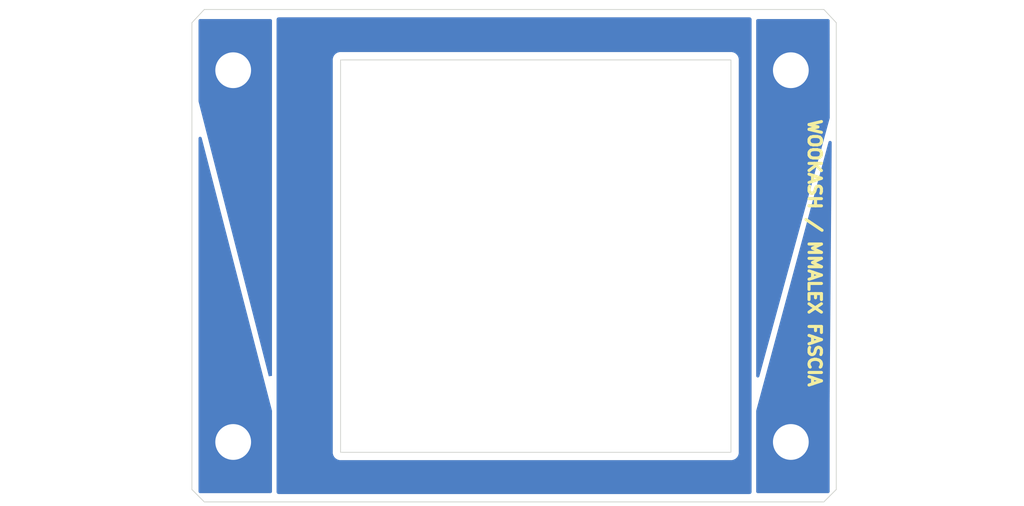
<source format=kicad_pcb>
(kicad_pcb (version 20241229) (generator "pcbnew") (generator_version "9.0")
  (layers (0 "F.Cu" signal) (2 "B.Cu" signal) (13 "F.Paste" user) (15 "B.Paste" user) (5 "F.SilkS" user "F.Silkscreen") (7 "B.SilkS" user "B.Silkscreen") (1 "F.Mask" user) (3 "B.Mask" user) (25 "Edge.Cuts" user))
  (net 0 "")
  (net 1 "TB")
  (net 2 "TA")
  (net 3 "TC")
  (net 4 "TD")
  (footprint "MountingHole:MountingHole_2.2mm_M2_DIN965_Pad" (layer "F.Cu") (at 102.616 50.546)
    (property "Reference" "REF**" (hide yes))
    (property "Value" "MountingHole_2.2mm_M2_DIN965_Pad")
    (pad "1" thru_hole circle (at 0 0) (size 3.8 3.8) (drill 2.2) (layers "*.Cu" "*.Mask"))
  )
  (footprint "MountingHole:MountingHole_2.2mm_M2_DIN965_Pad" (layer "F.Cu") (at 68.326 50.546)
    (property "Reference" "REF**" (hide yes))
    (property "Value" "MountingHole_2.2mm_M2_DIN965_Pad")
    (pad "1" thru_hole circle (at 0 0) (size 3.8 3.8) (drill 2.2) (layers "*.Cu" "*.Mask"))
  )
  (footprint "MountingHole:MountingHole_2.2mm_M2_DIN965_Pad" (layer "F.Cu") (at 68.326 27.686)
    (property "Reference" "REF**" (hide yes))
    (property "Value" "MountingHole_2.2mm_M2_DIN965_Pad")
    (pad "1" thru_hole circle (at 0 0) (size 3.8 3.8) (drill 2.2) (layers "*.Cu" "*.Mask"))
  )
  (footprint "MountingHole:MountingHole_2.2mm_M2_DIN965_Pad" (layer "F.Cu") (at 102.616 27.686)
    (property "Reference" "REF**" (hide yes))
    (property "Value" "MountingHole_2.2mm_M2_DIN965_Pad")
    (pad "1" thru_hole circle (at 0 0) (size 3.8 3.8) (drill 2.2) (layers "*.Cu" "*.Mask"))
  )
  (gr_poly (pts (xy 70.612 24.638) (xy 66.294 24.638) (xy 66.294 29.591) (xy 70.612 46.482)) (stroke (width 0.2)) (fill yes) (layer "B.Cu") (net 4))
  (gr_poly (pts (xy 104.909411 30.607) (xy 104.902 24.638) (xy 100.584 24.638) (xy 100.584 30.099) (xy 100.584 46.482)) (stroke (width 0.2)) (fill yes) (layer "B.Cu") (net 3))
  (gr_poly (pts (xy 66.294 53.594) (xy 70.612 53.594) (xy 70.612 48.641) (xy 66.294 31.877)) (stroke (width 0.2)) (fill yes) (layer "B.Cu") (net 1))
  (gr_poly (pts (xy 100.584 48.641) (xy 100.584 53.594) (xy 104.902 53.594) (xy 104.902 48.133) (xy 105.029 32.131)) (stroke (width 0.2)) (fill yes) (layer "B.Cu") (net 2))
  (gr_line (start 65.786 53.467) (end 65.786 24.765) (stroke (width 0.05)) (layer "Edge.Cuts"))
  (gr_line (start 105.41 53.467) (end 104.648 54.229) (stroke (width 0.05)) (layer "Edge.Cuts"))
  (gr_rect (start 74.93 27.051) (end 98.933 51.181) (stroke (width 0.05)) (fill no) (layer "Edge.Cuts"))
  (gr_line (start 65.786 24.765) (end 66.548 23.9522) (stroke (width 0.05)) (layer "Edge.Cuts"))
  (gr_line (start 105.41 24.765) (end 104.648 23.9522) (stroke (width 0.05)) (layer "Edge.Cuts"))
  (gr_line (start 66.548 54.229) (end 65.786 53.467) (stroke (width 0.05)) (layer "Edge.Cuts"))
  (gr_line (start 105.41 53.467) (end 105.41 24.765) (stroke (width 0.05)) (layer "Edge.Cuts"))
  (gr_line (start 104.648 23.9522) (end 66.548 23.9522) (stroke (width 0.05)) (layer "Edge.Cuts"))
  (gr_line (start 104.648 54.229) (end 66.548 54.229) (stroke (width 0.05)) (layer "Edge.Cuts"))
  (gr_text "WOOKASH / MMALEX FASCIA" (at 103.632 30.607 270) (layer "F.SilkS") (effects (font (size 0.762 0.7714) (thickness 0.1905) (bold yes)) (justify left bottom)))
  (zone (net 0) (net_name "") (layer "B.Cu") (connect_pads (clearance 0.254)) (min_thickness 0.25) (fill yes (thermal_gap 0.5) (thermal_bridge_width 0.5) (island_removal_mode 1) (island_area_min 9.999999))
    (polygon (pts (xy 70.993 23.495) (xy 100.203 23.368) (xy 100.203 54.483) (xy 70.993 54.483)))
  )
)
</source>
